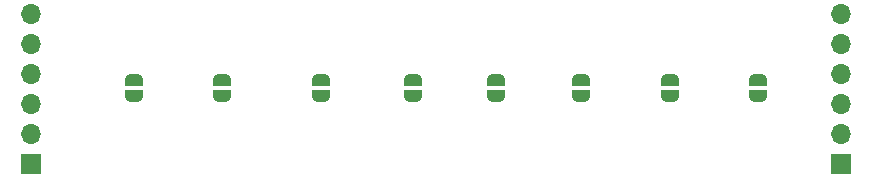
<source format=gbr>
%TF.GenerationSoftware,KiCad,Pcbnew,8.0.6*%
%TF.CreationDate,2025-02-14T22:00:12-04:00*%
%TF.ProjectId,nsec-ctf-sao-2025,6e736563-2d63-4746-962d-73616f2d3230,rev?*%
%TF.SameCoordinates,Original*%
%TF.FileFunction,Soldermask,Bot*%
%TF.FilePolarity,Negative*%
%FSLAX46Y46*%
G04 Gerber Fmt 4.6, Leading zero omitted, Abs format (unit mm)*
G04 Created by KiCad (PCBNEW 8.0.6) date 2025-02-14 22:00:12*
%MOMM*%
%LPD*%
G01*
G04 APERTURE LIST*
G04 Aperture macros list*
%AMFreePoly0*
4,1,19,0.500000,-0.750000,0.000000,-0.750000,0.000000,-0.744911,-0.071157,-0.744911,-0.207708,-0.704816,-0.327430,-0.627875,-0.420627,-0.520320,-0.479746,-0.390866,-0.500000,-0.250000,-0.500000,0.250000,-0.479746,0.390866,-0.420627,0.520320,-0.327430,0.627875,-0.207708,0.704816,-0.071157,0.744911,0.000000,0.744911,0.000000,0.750000,0.500000,0.750000,0.500000,-0.750000,0.500000,-0.750000,
$1*%
%AMFreePoly1*
4,1,19,0.000000,0.744911,0.071157,0.744911,0.207708,0.704816,0.327430,0.627875,0.420627,0.520320,0.479746,0.390866,0.500000,0.250000,0.500000,-0.250000,0.479746,-0.390866,0.420627,-0.520320,0.327430,-0.627875,0.207708,-0.704816,0.071157,-0.744911,0.000000,-0.744911,0.000000,-0.750000,-0.500000,-0.750000,-0.500000,0.750000,0.000000,0.750000,0.000000,0.744911,0.000000,0.744911,
$1*%
G04 Aperture macros list end*
%ADD10FreePoly0,90.000000*%
%ADD11FreePoly1,90.000000*%
%ADD12R,1.700000X1.700000*%
%ADD13O,1.700000X1.700000*%
G04 APERTURE END LIST*
D10*
%TO.C,JP6*%
X124200000Y-93450000D03*
D11*
X124200000Y-92150000D03*
%TD*%
D12*
%TO.C,J1*%
X77650000Y-99200000D03*
D13*
X77650000Y-96660000D03*
X77650000Y-94120000D03*
X77650000Y-91580000D03*
X77650000Y-89040000D03*
X77650000Y-86500000D03*
%TD*%
D10*
%TO.C,JP1*%
X86400000Y-93450000D03*
D11*
X86400000Y-92150000D03*
%TD*%
D10*
%TO.C,JP3*%
X102200000Y-93450000D03*
D11*
X102200000Y-92150000D03*
%TD*%
D10*
%TO.C,JP7*%
X131800000Y-93450000D03*
D11*
X131800000Y-92150000D03*
%TD*%
D10*
%TO.C,JP4*%
X110000000Y-93450000D03*
D11*
X110000000Y-92150000D03*
%TD*%
D10*
%TO.C,JP5*%
X117000000Y-93450000D03*
D11*
X117000000Y-92150000D03*
%TD*%
D10*
%TO.C,JP2*%
X93800000Y-93450000D03*
D11*
X93800000Y-92150000D03*
%TD*%
D10*
%TO.C,JP8*%
X139200000Y-93450000D03*
D11*
X139200000Y-92150000D03*
%TD*%
D12*
%TO.C,J2*%
X146225000Y-99200000D03*
D13*
X146225000Y-96660000D03*
X146225000Y-94120000D03*
X146225000Y-91580000D03*
X146225000Y-89040000D03*
X146225000Y-86500000D03*
%TD*%
M02*

</source>
